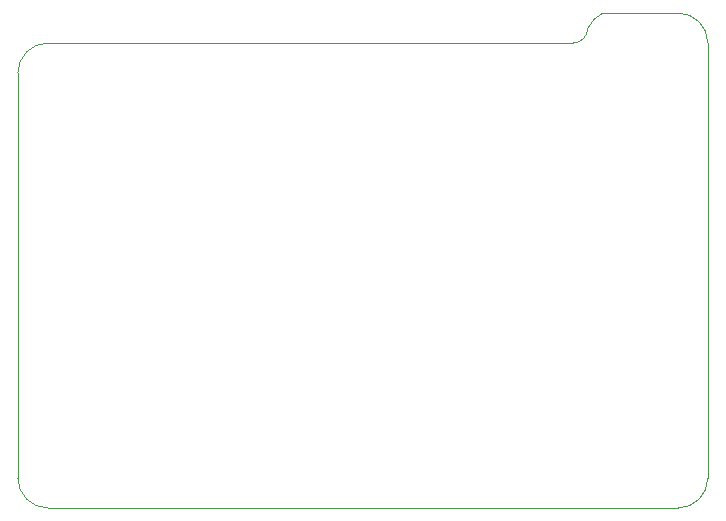
<source format=gbr>
G04 #@! TF.GenerationSoftware,KiCad,Pcbnew,5.0.2+dfsg1-1*
G04 #@! TF.CreationDate,2020-10-09T16:27:47-03:00*
G04 #@! TF.ProjectId,esp3d_anet,65737033-645f-4616-9e65-742e6b696361,rev?*
G04 #@! TF.SameCoordinates,Original*
G04 #@! TF.FileFunction,Profile,NP*
%FSLAX46Y46*%
G04 Gerber Fmt 4.6, Leading zero omitted, Abs format (unit mm)*
G04 Created by KiCad (PCBNEW 5.0.2+dfsg1-1) date vie 09 oct 2020 16:27:47 -03*
%MOMM*%
%LPD*%
G01*
G04 APERTURE LIST*
%ADD10C,0.100000*%
G04 APERTURE END LIST*
D10*
X35560000Y-49530000D02*
G75*
G02X38100000Y-46990000I2540000J0D01*
G01*
X85090000Y-44450000D02*
X91440000Y-44450000D01*
X83820000Y-45720000D02*
G75*
G02X82550000Y-46990000I-1270000J0D01*
G01*
X83820000Y-45720000D02*
G75*
G02X85090000Y-44450000I2540000J-1270000D01*
G01*
X82550000Y-46990000D02*
X38100000Y-46990000D01*
X35560000Y-83820000D02*
X35560000Y-49530000D01*
X93980000Y-83820000D02*
X93980000Y-46990000D01*
X38100000Y-86360000D02*
X91440000Y-86360000D01*
X91440000Y-44450000D02*
G75*
G02X93980000Y-46990000I0J-2540000D01*
G01*
X93980000Y-83820000D02*
G75*
G02X91440000Y-86360000I-2540000J0D01*
G01*
X38100000Y-86360000D02*
G75*
G02X35560000Y-83820000I0J2540000D01*
G01*
M02*

</source>
